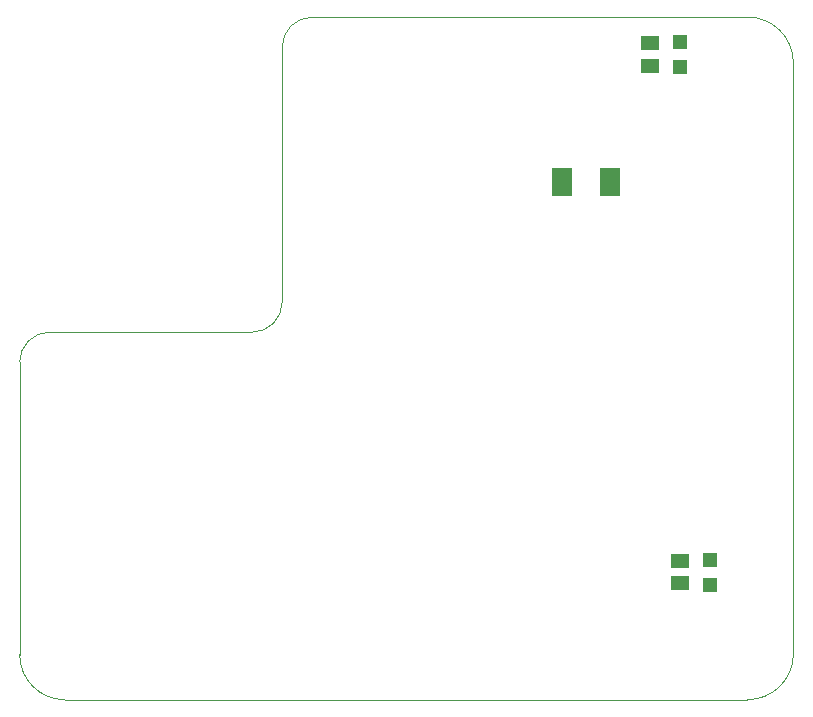
<source format=gbr>
%TF.GenerationSoftware,KiCad,Pcbnew,5.1.5+dfsg1-2~bpo10+1*%
%TF.CreationDate,2020-10-30T12:10:53+01:00*%
%TF.ProjectId,ms_auth_breakout,6d735f61-7574-4685-9f62-7265616b6f75,1.1.0*%
%TF.SameCoordinates,Original*%
%TF.FileFunction,Paste,Top*%
%TF.FilePolarity,Positive*%
%FSLAX46Y46*%
G04 Gerber Fmt 4.6, Leading zero omitted, Abs format (unit mm)*
G04 Created by KiCad (PCBNEW 5.1.5+dfsg1-2~bpo10+1) date 2020-10-30 12:10:53 commit 8f6b4a8*
%MOMM*%
%LPD*%
G04 APERTURE LIST*
%ADD10C,0.050000*%
%ADD11R,1.800000X2.400000*%
%ADD12R,1.200000X1.200000*%
%ADD13R,1.500000X1.300000*%
G04 APERTURE END LIST*
D10*
X119557800Y-133896100D02*
G75*
G02X115747800Y-130086100I0J3810000D01*
G01*
X119557800Y-133896100D02*
X177342800Y-133896100D01*
X181254400Y-130086100D02*
G75*
G02X177342800Y-133896100I-3860800J50800D01*
G01*
X181254400Y-130086100D02*
X181254400Y-79921100D01*
X177342800Y-76111100D02*
G75*
G02X181254400Y-79921100I50800J-3860800D01*
G01*
X177342800Y-76111100D02*
X140512800Y-76111100D01*
X137972800Y-78651100D02*
G75*
G02X140512800Y-76111100I2540000J0D01*
G01*
X137972800Y-78651100D02*
X137972800Y-100241100D01*
X135432800Y-102781100D02*
G75*
G03X137972800Y-100241100I0J2540000D01*
G01*
X135432800Y-102781100D02*
X118287800Y-102781100D01*
X115747800Y-105321100D02*
G75*
G02X118287800Y-102781100I2540000J0D01*
G01*
X115747800Y-105321100D02*
X115747800Y-130086100D01*
D11*
X161665300Y-90081100D03*
X165715300Y-90081100D03*
D12*
X171627800Y-80336100D03*
X171627800Y-78236100D03*
X174167800Y-124151100D03*
X174167800Y-122051100D03*
D13*
X171627800Y-124051100D03*
X171627800Y-122151100D03*
X169087800Y-80236100D03*
X169087800Y-78336100D03*
M02*

</source>
